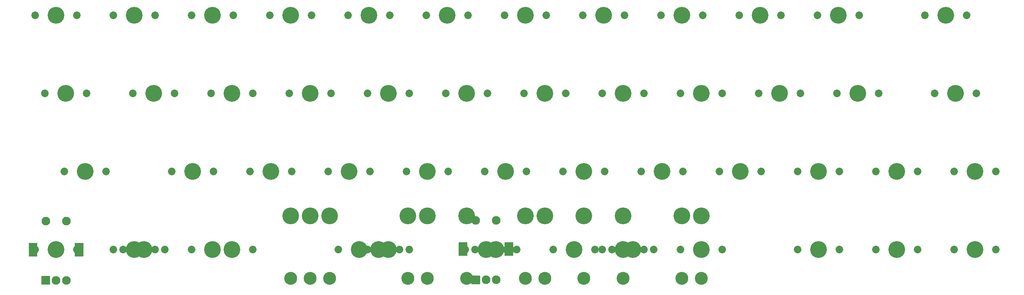
<source format=gts>
G04 #@! TF.GenerationSoftware,KiCad,Pcbnew,5.1.8-db9833491~88~ubuntu20.04.1*
G04 #@! TF.CreationDate,2020-12-05T17:58:13-08:00*
G04 #@! TF.ProjectId,MB44,4d423434-2e6b-4696-9361-645f70636258,rev?*
G04 #@! TF.SameCoordinates,Original*
G04 #@! TF.FileFunction,Soldermask,Top*
G04 #@! TF.FilePolarity,Negative*
%FSLAX46Y46*%
G04 Gerber Fmt 4.6, Leading zero omitted, Abs format (unit mm)*
G04 Created by KiCad (PCBNEW 5.1.8-db9833491~88~ubuntu20.04.1) date 2020-12-05 17:58:13*
%MOMM*%
%LPD*%
G01*
G04 APERTURE LIST*
%ADD10C,2.102000*%
%ADD11C,4.089800*%
%ADD12C,1.852000*%
%ADD13C,3.150000*%
%ADD14C,0.020000*%
G04 APERTURE END LIST*
G36*
G01*
X8065000Y-75219000D02*
X6065000Y-75219000D01*
G75*
G02*
X6014000Y-75168000I0J51000D01*
G01*
X6014000Y-73168000D01*
G75*
G02*
X6065000Y-73117000I51000J0D01*
G01*
X8065000Y-73117000D01*
G75*
G02*
X8116000Y-73168000I0J-51000D01*
G01*
X8116000Y-75168000D01*
G75*
G02*
X8065000Y-75219000I-51000J0D01*
G01*
G37*
D10*
X9565000Y-74168000D03*
X12065000Y-74168000D03*
G36*
G01*
X4965000Y-68319000D02*
X2965000Y-68319000D01*
G75*
G02*
X2914000Y-68268000I0J51000D01*
G01*
X2914000Y-65068000D01*
G75*
G02*
X2965000Y-65017000I51000J0D01*
G01*
X4965000Y-65017000D01*
G75*
G02*
X5016000Y-65068000I0J-51000D01*
G01*
X5016000Y-68268000D01*
G75*
G02*
X4965000Y-68319000I-51000J0D01*
G01*
G37*
G36*
G01*
X16165000Y-68319000D02*
X14165000Y-68319000D01*
G75*
G02*
X14114000Y-68268000I0J51000D01*
G01*
X14114000Y-65068000D01*
G75*
G02*
X14165000Y-65017000I51000J0D01*
G01*
X16165000Y-65017000D01*
G75*
G02*
X16216000Y-65068000I0J-51000D01*
G01*
X16216000Y-68268000D01*
G75*
G02*
X16165000Y-68319000I-51000J0D01*
G01*
G37*
X7065000Y-59668000D03*
X12065000Y-59668000D03*
D11*
X233362500Y-47625000D03*
D12*
X228282500Y-47625000D03*
X238442500Y-47625000D03*
G36*
G01*
X112760000Y-75092000D02*
X110760000Y-75092000D01*
G75*
G02*
X110709000Y-75041000I0J51000D01*
G01*
X110709000Y-73041000D01*
G75*
G02*
X110760000Y-72990000I51000J0D01*
G01*
X112760000Y-72990000D01*
G75*
G02*
X112811000Y-73041000I0J-51000D01*
G01*
X112811000Y-75041000D01*
G75*
G02*
X112760000Y-75092000I-51000J0D01*
G01*
G37*
D10*
X114260000Y-74041000D03*
X116760000Y-74041000D03*
G36*
G01*
X109660000Y-68192000D02*
X107660000Y-68192000D01*
G75*
G02*
X107609000Y-68141000I0J51000D01*
G01*
X107609000Y-64941000D01*
G75*
G02*
X107660000Y-64890000I51000J0D01*
G01*
X109660000Y-64890000D01*
G75*
G02*
X109711000Y-64941000I0J-51000D01*
G01*
X109711000Y-68141000D01*
G75*
G02*
X109660000Y-68192000I-51000J0D01*
G01*
G37*
G36*
G01*
X120860000Y-68192000D02*
X118860000Y-68192000D01*
G75*
G02*
X118809000Y-68141000I0J51000D01*
G01*
X118809000Y-64941000D01*
G75*
G02*
X118860000Y-64890000I51000J0D01*
G01*
X120860000Y-64890000D01*
G75*
G02*
X120911000Y-64941000I0J-51000D01*
G01*
X120911000Y-68141000D01*
G75*
G02*
X120860000Y-68192000I-51000J0D01*
G01*
G37*
X111760000Y-59541000D03*
X116760000Y-59541000D03*
D12*
X171767500Y-66675000D03*
X161607500Y-66675000D03*
D11*
X166687500Y-66675000D03*
X147637500Y-58420000D03*
X123825000Y-58420000D03*
D13*
X147637500Y-73660000D03*
X123825000Y-73660000D03*
D12*
X140811250Y-66675000D03*
X130651250Y-66675000D03*
D11*
X135731250Y-66675000D03*
X100012500Y-58420000D03*
X76200000Y-58420000D03*
D13*
X100012500Y-73660000D03*
X76200000Y-73660000D03*
D12*
X93186250Y-66675000D03*
X83026250Y-66675000D03*
D11*
X88106250Y-66675000D03*
X233362500Y-66675000D03*
D12*
X228282500Y-66675000D03*
X238442500Y-66675000D03*
D11*
X147637500Y-66675000D03*
D12*
X142557500Y-66675000D03*
X152717500Y-66675000D03*
D13*
X128587500Y-73660000D03*
X166687500Y-73660000D03*
D11*
X128587500Y-58420000D03*
X166687500Y-58420000D03*
X90487500Y-66675000D03*
D12*
X85407500Y-66675000D03*
X95567500Y-66675000D03*
D13*
X71437500Y-73660000D03*
X109537500Y-73660000D03*
D11*
X71437500Y-58420000D03*
X109537500Y-58420000D03*
X150018750Y-66675000D03*
D12*
X144938750Y-66675000D03*
X155098750Y-66675000D03*
D13*
X138112500Y-73660000D03*
X161925000Y-73660000D03*
D11*
X138112500Y-58420000D03*
X161925000Y-58420000D03*
X114300000Y-66675000D03*
D12*
X109220000Y-66675000D03*
X119380000Y-66675000D03*
D11*
X83343750Y-66675000D03*
D12*
X78263750Y-66675000D03*
X88423750Y-66675000D03*
D13*
X71437500Y-73660000D03*
X95250000Y-73660000D03*
D11*
X71437500Y-58420000D03*
X95250000Y-58420000D03*
X52387500Y-66675000D03*
D12*
X47307500Y-66675000D03*
X57467500Y-66675000D03*
D11*
X30956250Y-66675000D03*
D12*
X25876250Y-66675000D03*
X36036250Y-66675000D03*
D11*
X214312500Y-66675000D03*
D12*
X209232500Y-66675000D03*
X219392500Y-66675000D03*
D11*
X195262500Y-66675000D03*
D12*
X190182500Y-66675000D03*
X200342500Y-66675000D03*
D11*
X116681250Y-66675000D03*
D12*
X111601250Y-66675000D03*
X121761250Y-66675000D03*
D13*
X66681350Y-73660000D03*
X166681150Y-73660000D03*
D11*
X66681350Y-58420000D03*
X166681150Y-58420000D03*
X47625000Y-66675000D03*
D12*
X42545000Y-66675000D03*
X52705000Y-66675000D03*
D11*
X28575000Y-66675000D03*
D12*
X23495000Y-66675000D03*
X33655000Y-66675000D03*
D11*
X9525000Y-66675000D03*
D12*
X4445000Y-66675000D03*
X14605000Y-66675000D03*
D11*
X28575000Y-9525000D03*
D12*
X23495000Y-9525000D03*
X33655000Y-9525000D03*
D11*
X228600000Y-28575000D03*
D12*
X223520000Y-28575000D03*
X233680000Y-28575000D03*
D11*
X200025000Y-9525000D03*
D12*
X194945000Y-9525000D03*
X205105000Y-9525000D03*
D11*
X166687500Y-28575000D03*
D12*
X161607500Y-28575000D03*
X171767500Y-28575000D03*
D11*
X147637500Y-28575000D03*
D12*
X142557500Y-28575000D03*
X152717500Y-28575000D03*
D11*
X90487500Y-28575000D03*
D12*
X85407500Y-28575000D03*
X95567500Y-28575000D03*
D11*
X52387500Y-28575000D03*
D12*
X47307500Y-28575000D03*
X57467500Y-28575000D03*
D11*
X33337500Y-28575000D03*
D12*
X28257500Y-28575000D03*
X38417500Y-28575000D03*
D11*
X180975000Y-9525000D03*
D12*
X175895000Y-9525000D03*
X186055000Y-9525000D03*
D11*
X142875000Y-9525000D03*
D12*
X137795000Y-9525000D03*
X147955000Y-9525000D03*
D11*
X123825000Y-9525000D03*
D12*
X118745000Y-9525000D03*
X128905000Y-9525000D03*
D11*
X104775000Y-9525000D03*
D12*
X99695000Y-9525000D03*
X109855000Y-9525000D03*
D11*
X66675000Y-9525000D03*
D12*
X61595000Y-9525000D03*
X71755000Y-9525000D03*
D11*
X47625000Y-9525000D03*
D12*
X42545000Y-9525000D03*
X52705000Y-9525000D03*
D11*
X9525000Y-9525000D03*
D12*
X4445000Y-9525000D03*
X14605000Y-9525000D03*
D11*
X226218750Y-9525000D03*
D12*
X221138750Y-9525000D03*
X231298750Y-9525000D03*
D11*
X204787500Y-28575000D03*
D12*
X199707500Y-28575000D03*
X209867500Y-28575000D03*
D11*
X100012500Y-47625000D03*
D12*
X94932500Y-47625000D03*
X105092500Y-47625000D03*
D11*
X85725000Y-9525000D03*
D12*
X80645000Y-9525000D03*
X90805000Y-9525000D03*
D11*
X61912500Y-47625000D03*
D12*
X56832500Y-47625000D03*
X66992500Y-47625000D03*
D11*
X42862500Y-47625000D03*
D12*
X37782500Y-47625000D03*
X47942500Y-47625000D03*
D11*
X11906250Y-28575000D03*
D12*
X6826250Y-28575000D03*
X16986250Y-28575000D03*
D11*
X214312500Y-47625000D03*
D12*
X209232500Y-47625000D03*
X219392500Y-47625000D03*
D11*
X195262500Y-47625000D03*
D12*
X190182500Y-47625000D03*
X200342500Y-47625000D03*
D11*
X176212500Y-47625000D03*
D12*
X171132500Y-47625000D03*
X181292500Y-47625000D03*
D11*
X157162500Y-47625000D03*
D12*
X152082500Y-47625000D03*
X162242500Y-47625000D03*
D11*
X138112500Y-47625000D03*
D12*
X133032500Y-47625000D03*
X143192500Y-47625000D03*
D11*
X119062500Y-47625000D03*
D12*
X113982500Y-47625000D03*
X124142500Y-47625000D03*
D11*
X80962500Y-47625000D03*
D12*
X75882500Y-47625000D03*
X86042500Y-47625000D03*
D11*
X16668750Y-47625000D03*
D12*
X11588750Y-47625000D03*
X21748750Y-47625000D03*
D11*
X185737500Y-28575000D03*
D12*
X180657500Y-28575000D03*
X190817500Y-28575000D03*
D11*
X128587500Y-28575000D03*
D12*
X123507500Y-28575000D03*
X133667500Y-28575000D03*
D11*
X109537500Y-28575000D03*
D12*
X104457500Y-28575000D03*
X114617500Y-28575000D03*
D11*
X71437500Y-28575000D03*
D12*
X66357500Y-28575000D03*
X76517500Y-28575000D03*
D11*
X161925000Y-9525000D03*
D12*
X156845000Y-9525000D03*
X167005000Y-9525000D03*
D14*
G36*
X110711000Y-74705160D02*
G01*
X110711000Y-74995477D01*
X110710000Y-74997209D01*
X110708000Y-74997209D01*
X110707010Y-74995673D01*
X110704628Y-74971486D01*
X110697628Y-74948411D01*
X110686263Y-74927147D01*
X110670968Y-74908510D01*
X110652331Y-74893215D01*
X110631067Y-74881850D01*
X110607992Y-74874850D01*
X110584001Y-74872487D01*
X110560010Y-74874850D01*
X110536935Y-74881850D01*
X110520908Y-74890417D01*
X110518909Y-74890351D01*
X110517966Y-74888588D01*
X110518854Y-74886990D01*
X110535395Y-74875937D01*
X110707586Y-74703746D01*
X110709518Y-74703228D01*
X110711000Y-74705160D01*
G37*
G36*
X118646690Y-67232654D02*
G01*
X118665746Y-67261174D01*
X118793826Y-67389254D01*
X118810111Y-67400135D01*
X118811000Y-67401798D01*
X118811000Y-67482847D01*
X118810000Y-67484579D01*
X118808000Y-67484579D01*
X118807010Y-67483043D01*
X118804628Y-67458856D01*
X118797628Y-67435781D01*
X118786263Y-67414517D01*
X118770968Y-67395880D01*
X118752331Y-67380585D01*
X118731067Y-67369220D01*
X118707992Y-67362220D01*
X118684001Y-67359857D01*
X118660010Y-67362220D01*
X118636935Y-67369220D01*
X118615671Y-67380585D01*
X118597034Y-67395880D01*
X118581739Y-67414517D01*
X118573175Y-67430540D01*
X118571476Y-67431596D01*
X118569713Y-67430653D01*
X118569563Y-67428832D01*
X118636173Y-67268021D01*
X118643065Y-67233375D01*
X118644384Y-67231871D01*
X118646690Y-67232654D01*
G37*
G36*
X120912848Y-67029653D02*
G01*
X120946364Y-67110566D01*
X121046996Y-67261174D01*
X121121050Y-67335228D01*
X121121568Y-67337160D01*
X121120154Y-67338574D01*
X121118367Y-67338188D01*
X121104329Y-67326667D01*
X121083065Y-67315302D01*
X121059990Y-67308302D01*
X121035999Y-67305939D01*
X121012008Y-67308302D01*
X120988933Y-67315302D01*
X120967669Y-67326667D01*
X120949032Y-67341962D01*
X120933737Y-67360599D01*
X120922372Y-67381863D01*
X120915372Y-67404938D01*
X120912990Y-67429125D01*
X120911825Y-67430751D01*
X120909835Y-67430555D01*
X120909000Y-67428929D01*
X120909000Y-67030418D01*
X120910000Y-67028686D01*
X120912000Y-67028686D01*
X120912848Y-67029653D01*
G37*
G36*
X141686223Y-66974428D02*
G01*
X141742614Y-67110566D01*
X141786074Y-67175609D01*
X141786205Y-67177605D01*
X141784542Y-67178716D01*
X141782865Y-67177989D01*
X141771342Y-67163948D01*
X141752705Y-67148652D01*
X141731442Y-67137287D01*
X141708367Y-67130287D01*
X141684376Y-67127924D01*
X141660385Y-67130287D01*
X141637310Y-67137287D01*
X141616046Y-67148652D01*
X141597409Y-67163947D01*
X141585885Y-67177989D01*
X141584013Y-67178693D01*
X141582467Y-67177424D01*
X141582676Y-67175609D01*
X141626136Y-67110566D01*
X141682527Y-66974428D01*
X141684114Y-66973210D01*
X141686223Y-66974428D01*
G37*
G36*
X141585885Y-66172011D02*
G01*
X141597408Y-66186052D01*
X141616045Y-66201348D01*
X141637308Y-66212713D01*
X141660383Y-66219713D01*
X141684374Y-66222076D01*
X141708365Y-66219713D01*
X141731440Y-66212713D01*
X141752704Y-66201348D01*
X141771341Y-66186053D01*
X141782865Y-66172011D01*
X141784737Y-66171307D01*
X141786283Y-66172576D01*
X141786074Y-66174391D01*
X141742614Y-66239434D01*
X141686223Y-66375572D01*
X141684636Y-66376790D01*
X141682527Y-66375572D01*
X141626136Y-66239434D01*
X141582676Y-66174391D01*
X141582545Y-66172395D01*
X141584208Y-66171284D01*
X141585885Y-66172011D01*
G37*
G36*
X120912990Y-65920875D02*
G01*
X120915372Y-65945062D01*
X120922372Y-65968137D01*
X120933737Y-65989401D01*
X120949032Y-66008038D01*
X120967669Y-66023333D01*
X120988933Y-66034698D01*
X121012008Y-66041698D01*
X121035999Y-66044061D01*
X121059990Y-66041698D01*
X121083065Y-66034698D01*
X121104329Y-66023333D01*
X121118367Y-66011812D01*
X121120341Y-66011486D01*
X121121609Y-66013032D01*
X121121050Y-66014772D01*
X121046996Y-66088826D01*
X120946364Y-66239434D01*
X120912848Y-66320347D01*
X120911261Y-66321565D01*
X120909413Y-66320800D01*
X120909000Y-66319582D01*
X120909000Y-65921071D01*
X120910000Y-65919339D01*
X120912000Y-65919339D01*
X120912990Y-65920875D01*
G37*
G36*
X118810165Y-65865527D02*
G01*
X118811000Y-65867153D01*
X118811000Y-65948202D01*
X118810111Y-65949865D01*
X118793826Y-65960746D01*
X118665746Y-66088826D01*
X118646690Y-66117346D01*
X118644896Y-66118231D01*
X118643065Y-66116625D01*
X118636173Y-66081979D01*
X118569563Y-65921168D01*
X118569824Y-65919185D01*
X118571672Y-65918420D01*
X118573175Y-65919460D01*
X118581739Y-65935483D01*
X118597034Y-65954120D01*
X118615671Y-65969415D01*
X118636935Y-65980780D01*
X118660010Y-65987780D01*
X118684001Y-65990143D01*
X118707992Y-65987780D01*
X118731067Y-65980780D01*
X118752331Y-65969415D01*
X118770968Y-65954120D01*
X118786263Y-65935483D01*
X118797628Y-65914219D01*
X118804628Y-65891144D01*
X118807010Y-65866957D01*
X118808175Y-65865331D01*
X118810165Y-65865527D01*
G37*
M02*

</source>
